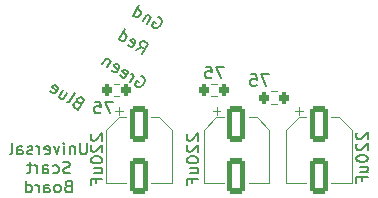
<source format=gbo>
G04 #@! TF.GenerationSoftware,KiCad,Pcbnew,(6.0.4)*
G04 #@! TF.CreationDate,2022-12-31T00:33:15-05:00*
G04 #@! TF.ProjectId,scart cable,73636172-7420-4636-9162-6c652e6b6963,rev?*
G04 #@! TF.SameCoordinates,Original*
G04 #@! TF.FileFunction,Legend,Bot*
G04 #@! TF.FilePolarity,Positive*
%FSLAX46Y46*%
G04 Gerber Fmt 4.6, Leading zero omitted, Abs format (unit mm)*
G04 Created by KiCad (PCBNEW (6.0.4)) date 2022-12-31 00:33:15*
%MOMM*%
%LPD*%
G01*
G04 APERTURE LIST*
G04 Aperture macros list*
%AMRoundRect*
0 Rectangle with rounded corners*
0 $1 Rounding radius*
0 $2 $3 $4 $5 $6 $7 $8 $9 X,Y pos of 4 corners*
0 Add a 4 corners polygon primitive as box body*
4,1,4,$2,$3,$4,$5,$6,$7,$8,$9,$2,$3,0*
0 Add four circle primitives for the rounded corners*
1,1,$1+$1,$2,$3*
1,1,$1+$1,$4,$5*
1,1,$1+$1,$6,$7*
1,1,$1+$1,$8,$9*
0 Add four rect primitives between the rounded corners*
20,1,$1+$1,$2,$3,$4,$5,0*
20,1,$1+$1,$4,$5,$6,$7,0*
20,1,$1+$1,$6,$7,$8,$9,0*
20,1,$1+$1,$8,$9,$2,$3,0*%
G04 Aperture macros list end*
%ADD10C,0.150000*%
%ADD11C,0.120000*%
%ADD12RoundRect,0.571500X-0.571500X-1.928500X0.571500X-1.928500X0.571500X1.928500X-0.571500X1.928500X0*%
%ADD13RoundRect,0.407750X-0.481250X-0.407750X0.481250X-0.407750X0.481250X0.407750X-0.481250X0.407750X0*%
%ADD14RoundRect,0.250000X-0.550000X1.250000X-0.550000X-1.250000X0.550000X-1.250000X0.550000X1.250000X0*%
%ADD15RoundRect,0.500000X-0.549441X0.973712X-1.108634X0.144674X0.549441X-0.973712X1.108634X-0.144674X0*%
%ADD16RoundRect,0.200000X-0.200000X-0.275000X0.200000X-0.275000X0.200000X0.275000X-0.200000X0.275000X0*%
%ADD17RoundRect,0.500000X-0.566351X0.963974X-1.110990X0.125304X0.566351X-0.963974X1.110990X-0.125304X0*%
%ADD18RoundRect,0.500000X-0.583088X0.953943X-1.113008X0.105895X0.583088X-0.953943X1.113008X-0.105895X0*%
%ADD19RoundRect,0.500000X-0.599648X0.943622X-1.114686X0.086454X0.599648X-0.943622X1.114686X-0.086454X0*%
G04 APERTURE END LIST*
D10*
X41314285Y-32386380D02*
X41314285Y-33195904D01*
X41266666Y-33291142D01*
X41219047Y-33338761D01*
X41123809Y-33386380D01*
X40933333Y-33386380D01*
X40838095Y-33338761D01*
X40790476Y-33291142D01*
X40742857Y-33195904D01*
X40742857Y-32386380D01*
X40266666Y-32719714D02*
X40266666Y-33386380D01*
X40266666Y-32814952D02*
X40219047Y-32767333D01*
X40123809Y-32719714D01*
X39980952Y-32719714D01*
X39885714Y-32767333D01*
X39838095Y-32862571D01*
X39838095Y-33386380D01*
X39361904Y-33386380D02*
X39361904Y-32719714D01*
X39361904Y-32386380D02*
X39409523Y-32434000D01*
X39361904Y-32481619D01*
X39314285Y-32434000D01*
X39361904Y-32386380D01*
X39361904Y-32481619D01*
X38980952Y-32719714D02*
X38742857Y-33386380D01*
X38504761Y-32719714D01*
X37742857Y-33338761D02*
X37838095Y-33386380D01*
X38028571Y-33386380D01*
X38123809Y-33338761D01*
X38171428Y-33243523D01*
X38171428Y-32862571D01*
X38123809Y-32767333D01*
X38028571Y-32719714D01*
X37838095Y-32719714D01*
X37742857Y-32767333D01*
X37695238Y-32862571D01*
X37695238Y-32957809D01*
X38171428Y-33053047D01*
X37266666Y-33386380D02*
X37266666Y-32719714D01*
X37266666Y-32910190D02*
X37219047Y-32814952D01*
X37171428Y-32767333D01*
X37076190Y-32719714D01*
X36980952Y-32719714D01*
X36695238Y-33338761D02*
X36599999Y-33386380D01*
X36409523Y-33386380D01*
X36314285Y-33338761D01*
X36266666Y-33243523D01*
X36266666Y-33195904D01*
X36314285Y-33100666D01*
X36409523Y-33053047D01*
X36552380Y-33053047D01*
X36647619Y-33005428D01*
X36695238Y-32910190D01*
X36695238Y-32862571D01*
X36647619Y-32767333D01*
X36552380Y-32719714D01*
X36409523Y-32719714D01*
X36314285Y-32767333D01*
X35409523Y-33386380D02*
X35409523Y-32862571D01*
X35457142Y-32767333D01*
X35552380Y-32719714D01*
X35742857Y-32719714D01*
X35838095Y-32767333D01*
X35409523Y-33338761D02*
X35504761Y-33386380D01*
X35742857Y-33386380D01*
X35838095Y-33338761D01*
X35885714Y-33243523D01*
X35885714Y-33148285D01*
X35838095Y-33053047D01*
X35742857Y-33005428D01*
X35504761Y-33005428D01*
X35409523Y-32957809D01*
X34790476Y-33386380D02*
X34885714Y-33338761D01*
X34933333Y-33243523D01*
X34933333Y-32386380D01*
X39861904Y-34948761D02*
X39719047Y-34996380D01*
X39480952Y-34996380D01*
X39385714Y-34948761D01*
X39338095Y-34901142D01*
X39290476Y-34805904D01*
X39290476Y-34710666D01*
X39338095Y-34615428D01*
X39385714Y-34567809D01*
X39480952Y-34520190D01*
X39671428Y-34472571D01*
X39766666Y-34424952D01*
X39814285Y-34377333D01*
X39861904Y-34282095D01*
X39861904Y-34186857D01*
X39814285Y-34091619D01*
X39766666Y-34044000D01*
X39671428Y-33996380D01*
X39433333Y-33996380D01*
X39290476Y-34044000D01*
X38433333Y-34948761D02*
X38528571Y-34996380D01*
X38719047Y-34996380D01*
X38814285Y-34948761D01*
X38861904Y-34901142D01*
X38909523Y-34805904D01*
X38909523Y-34520190D01*
X38861904Y-34424952D01*
X38814285Y-34377333D01*
X38719047Y-34329714D01*
X38528571Y-34329714D01*
X38433333Y-34377333D01*
X37576190Y-34996380D02*
X37576190Y-34472571D01*
X37623809Y-34377333D01*
X37719047Y-34329714D01*
X37909523Y-34329714D01*
X38004761Y-34377333D01*
X37576190Y-34948761D02*
X37671428Y-34996380D01*
X37909523Y-34996380D01*
X38004761Y-34948761D01*
X38052380Y-34853523D01*
X38052380Y-34758285D01*
X38004761Y-34663047D01*
X37909523Y-34615428D01*
X37671428Y-34615428D01*
X37576190Y-34567809D01*
X37100000Y-34996380D02*
X37100000Y-34329714D01*
X37100000Y-34520190D02*
X37052380Y-34424952D01*
X37004761Y-34377333D01*
X36909523Y-34329714D01*
X36814285Y-34329714D01*
X36623809Y-34329714D02*
X36242857Y-34329714D01*
X36480952Y-33996380D02*
X36480952Y-34853523D01*
X36433333Y-34948761D01*
X36338095Y-34996380D01*
X36242857Y-34996380D01*
X39695238Y-36082571D02*
X39552380Y-36130190D01*
X39504761Y-36177809D01*
X39457142Y-36273047D01*
X39457142Y-36415904D01*
X39504761Y-36511142D01*
X39552380Y-36558761D01*
X39647619Y-36606380D01*
X40028571Y-36606380D01*
X40028571Y-35606380D01*
X39695238Y-35606380D01*
X39600000Y-35654000D01*
X39552380Y-35701619D01*
X39504761Y-35796857D01*
X39504761Y-35892095D01*
X39552380Y-35987333D01*
X39600000Y-36034952D01*
X39695238Y-36082571D01*
X40028571Y-36082571D01*
X38885714Y-36606380D02*
X38980952Y-36558761D01*
X39028571Y-36511142D01*
X39076190Y-36415904D01*
X39076190Y-36130190D01*
X39028571Y-36034952D01*
X38980952Y-35987333D01*
X38885714Y-35939714D01*
X38742857Y-35939714D01*
X38647619Y-35987333D01*
X38600000Y-36034952D01*
X38552380Y-36130190D01*
X38552380Y-36415904D01*
X38600000Y-36511142D01*
X38647619Y-36558761D01*
X38742857Y-36606380D01*
X38885714Y-36606380D01*
X37695238Y-36606380D02*
X37695238Y-36082571D01*
X37742857Y-35987333D01*
X37838095Y-35939714D01*
X38028571Y-35939714D01*
X38123809Y-35987333D01*
X37695238Y-36558761D02*
X37790476Y-36606380D01*
X38028571Y-36606380D01*
X38123809Y-36558761D01*
X38171428Y-36463523D01*
X38171428Y-36368285D01*
X38123809Y-36273047D01*
X38028571Y-36225428D01*
X37790476Y-36225428D01*
X37695238Y-36177809D01*
X37219047Y-36606380D02*
X37219047Y-35939714D01*
X37219047Y-36130190D02*
X37171428Y-36034952D01*
X37123809Y-35987333D01*
X37028571Y-35939714D01*
X36933333Y-35939714D01*
X36171428Y-36606380D02*
X36171428Y-35606380D01*
X36171428Y-36558761D02*
X36266666Y-36606380D01*
X36457142Y-36606380D01*
X36552380Y-36558761D01*
X36600000Y-36511142D01*
X36647619Y-36415904D01*
X36647619Y-36130190D01*
X36600000Y-36034952D01*
X36552380Y-35987333D01*
X36457142Y-35939714D01*
X36266666Y-35939714D01*
X36171428Y-35987333D01*
X64207619Y-31535952D02*
X64160000Y-31583571D01*
X64112380Y-31678809D01*
X64112380Y-31916904D01*
X64160000Y-32012142D01*
X64207619Y-32059761D01*
X64302857Y-32107380D01*
X64398095Y-32107380D01*
X64540952Y-32059761D01*
X65112380Y-31488333D01*
X65112380Y-32107380D01*
X64207619Y-32488333D02*
X64160000Y-32535952D01*
X64112380Y-32631190D01*
X64112380Y-32869285D01*
X64160000Y-32964523D01*
X64207619Y-33012142D01*
X64302857Y-33059761D01*
X64398095Y-33059761D01*
X64540952Y-33012142D01*
X65112380Y-32440714D01*
X65112380Y-33059761D01*
X64112380Y-33678809D02*
X64112380Y-33774047D01*
X64160000Y-33869285D01*
X64207619Y-33916904D01*
X64302857Y-33964523D01*
X64493333Y-34012142D01*
X64731428Y-34012142D01*
X64921904Y-33964523D01*
X65017142Y-33916904D01*
X65064761Y-33869285D01*
X65112380Y-33774047D01*
X65112380Y-33678809D01*
X65064761Y-33583571D01*
X65017142Y-33535952D01*
X64921904Y-33488333D01*
X64731428Y-33440714D01*
X64493333Y-33440714D01*
X64302857Y-33488333D01*
X64207619Y-33535952D01*
X64160000Y-33583571D01*
X64112380Y-33678809D01*
X64445714Y-34869285D02*
X65112380Y-34869285D01*
X64445714Y-34440714D02*
X64969523Y-34440714D01*
X65064761Y-34488333D01*
X65112380Y-34583571D01*
X65112380Y-34726428D01*
X65064761Y-34821666D01*
X65017142Y-34869285D01*
X64588571Y-35678809D02*
X64588571Y-35345476D01*
X65112380Y-35345476D02*
X64112380Y-35345476D01*
X64112380Y-35821666D01*
X40561478Y-28971636D02*
X40415733Y-28933767D01*
X40349861Y-28947769D01*
X40258054Y-29001707D01*
X40180248Y-29121517D01*
X40168314Y-29227326D01*
X40182316Y-29293198D01*
X40236254Y-29385005D01*
X40555748Y-29592486D01*
X41100387Y-28753816D01*
X40820830Y-28572269D01*
X40715021Y-28560336D01*
X40649149Y-28574337D01*
X40557342Y-28628275D01*
X40505472Y-28708149D01*
X40493538Y-28813957D01*
X40507540Y-28879829D01*
X40561478Y-28971636D01*
X40841035Y-29153183D01*
X39597267Y-28970042D02*
X39703076Y-28981975D01*
X39794883Y-28928037D01*
X40261716Y-28209177D01*
X39281436Y-27970030D02*
X38918343Y-28529143D01*
X39640866Y-28203446D02*
X39355579Y-28642750D01*
X39263772Y-28696688D01*
X39157963Y-28684755D01*
X39038153Y-28606949D01*
X38984215Y-28515142D01*
X38970214Y-28449270D01*
X38225418Y-28022373D02*
X38279356Y-28114180D01*
X38439103Y-28217921D01*
X38544911Y-28229855D01*
X38636719Y-28175917D01*
X38844200Y-27856423D01*
X38856134Y-27750614D01*
X38802196Y-27658807D01*
X38642449Y-27555067D01*
X38536640Y-27543133D01*
X38444833Y-27597071D01*
X38392963Y-27676944D01*
X38740459Y-28016170D01*
X52879523Y-25962380D02*
X52212857Y-25962380D01*
X52641428Y-26962380D01*
X51355714Y-25962380D02*
X51831904Y-25962380D01*
X51879523Y-26438571D01*
X51831904Y-26390952D01*
X51736666Y-26343333D01*
X51498571Y-26343333D01*
X51403333Y-26390952D01*
X51355714Y-26438571D01*
X51308095Y-26533809D01*
X51308095Y-26771904D01*
X51355714Y-26867142D01*
X51403333Y-26914761D01*
X51498571Y-26962380D01*
X51736666Y-26962380D01*
X51831904Y-26914761D01*
X51879523Y-26867142D01*
X45860515Y-26735817D02*
X45966323Y-26747751D01*
X46086133Y-26825556D01*
X46180008Y-26943299D01*
X46208011Y-27075043D01*
X46196078Y-27180851D01*
X46132274Y-27366533D01*
X46054468Y-27486343D01*
X45910791Y-27620155D01*
X45818983Y-27674093D01*
X45687240Y-27702096D01*
X45541494Y-27664227D01*
X45461621Y-27612357D01*
X45367746Y-27494614D01*
X45353745Y-27428742D01*
X45535291Y-27149186D01*
X45695038Y-27252926D01*
X44942444Y-27275199D02*
X45305537Y-26716085D01*
X45201796Y-26875832D02*
X45213730Y-26770024D01*
X45199728Y-26704152D01*
X45145790Y-26612345D01*
X45065917Y-26560474D01*
X44129709Y-26690623D02*
X44183647Y-26782430D01*
X44343394Y-26886171D01*
X44449202Y-26898105D01*
X44541009Y-26844167D01*
X44748491Y-26524673D01*
X44760424Y-26418865D01*
X44706486Y-26327058D01*
X44546740Y-26223317D01*
X44440931Y-26211383D01*
X44349124Y-26265321D01*
X44297253Y-26345195D01*
X44644750Y-26684420D01*
X43410848Y-26223790D02*
X43464786Y-26315597D01*
X43624533Y-26419338D01*
X43730342Y-26431271D01*
X43822149Y-26377333D01*
X44029630Y-26057840D01*
X44041564Y-25952031D01*
X43987626Y-25860224D01*
X43827879Y-25756483D01*
X43722070Y-25744550D01*
X43630263Y-25798488D01*
X43578393Y-25878361D01*
X43925890Y-26217587D01*
X43348639Y-25445261D02*
X42985546Y-26004375D01*
X43296768Y-25525134D02*
X43282767Y-25459263D01*
X43228829Y-25367455D01*
X43109019Y-25289650D01*
X43003210Y-25277716D01*
X42911403Y-25331654D01*
X42626116Y-25770958D01*
X45456873Y-24562451D02*
X45991898Y-24335259D01*
X45941472Y-24865262D02*
X46471391Y-24017214D01*
X46148325Y-23815340D01*
X46042325Y-23805255D01*
X45976707Y-23820404D01*
X45885855Y-23875936D01*
X45810153Y-23997086D01*
X45800067Y-24103087D01*
X45815216Y-24168704D01*
X45870749Y-24259556D01*
X46193814Y-24461430D01*
X44795592Y-24093086D02*
X44851124Y-24183938D01*
X45012657Y-24284875D01*
X45118658Y-24294960D01*
X45209510Y-24239428D01*
X45411384Y-23916362D01*
X45421469Y-23810361D01*
X45365937Y-23719509D01*
X45204404Y-23618572D01*
X45098403Y-23608487D01*
X45007551Y-23664019D01*
X44957083Y-23744786D01*
X45310447Y-24077895D01*
X44003076Y-23654018D02*
X44532996Y-22805970D01*
X44028311Y-23613635D02*
X44083843Y-23704487D01*
X44245376Y-23805424D01*
X44351376Y-23815509D01*
X44416994Y-23800360D01*
X44507846Y-23744828D01*
X44659251Y-23502528D01*
X44669336Y-23396528D01*
X44654187Y-23330910D01*
X44598655Y-23240058D01*
X44437122Y-23139121D01*
X44331122Y-23129036D01*
X49839619Y-31662952D02*
X49792000Y-31710571D01*
X49744380Y-31805809D01*
X49744380Y-32043904D01*
X49792000Y-32139142D01*
X49839619Y-32186761D01*
X49934857Y-32234380D01*
X50030095Y-32234380D01*
X50172952Y-32186761D01*
X50744380Y-31615333D01*
X50744380Y-32234380D01*
X49839619Y-32615333D02*
X49792000Y-32662952D01*
X49744380Y-32758190D01*
X49744380Y-32996285D01*
X49792000Y-33091523D01*
X49839619Y-33139142D01*
X49934857Y-33186761D01*
X50030095Y-33186761D01*
X50172952Y-33139142D01*
X50744380Y-32567714D01*
X50744380Y-33186761D01*
X49744380Y-33805809D02*
X49744380Y-33901047D01*
X49792000Y-33996285D01*
X49839619Y-34043904D01*
X49934857Y-34091523D01*
X50125333Y-34139142D01*
X50363428Y-34139142D01*
X50553904Y-34091523D01*
X50649142Y-34043904D01*
X50696761Y-33996285D01*
X50744380Y-33901047D01*
X50744380Y-33805809D01*
X50696761Y-33710571D01*
X50649142Y-33662952D01*
X50553904Y-33615333D01*
X50363428Y-33567714D01*
X50125333Y-33567714D01*
X49934857Y-33615333D01*
X49839619Y-33662952D01*
X49792000Y-33710571D01*
X49744380Y-33805809D01*
X50077714Y-34996285D02*
X50744380Y-34996285D01*
X50077714Y-34567714D02*
X50601523Y-34567714D01*
X50696761Y-34615333D01*
X50744380Y-34710571D01*
X50744380Y-34853428D01*
X50696761Y-34948666D01*
X50649142Y-34996285D01*
X50220571Y-35805809D02*
X50220571Y-35472476D01*
X50744380Y-35472476D02*
X49744380Y-35472476D01*
X49744380Y-35948666D01*
X56689523Y-26597380D02*
X56022857Y-26597380D01*
X56451428Y-27597380D01*
X55165714Y-26597380D02*
X55641904Y-26597380D01*
X55689523Y-27073571D01*
X55641904Y-27025952D01*
X55546666Y-26978333D01*
X55308571Y-26978333D01*
X55213333Y-27025952D01*
X55165714Y-27073571D01*
X55118095Y-27168809D01*
X55118095Y-27406904D01*
X55165714Y-27502142D01*
X55213333Y-27549761D01*
X55308571Y-27597380D01*
X55546666Y-27597380D01*
X55641904Y-27549761D01*
X55689523Y-27502142D01*
X47290555Y-21746512D02*
X47396715Y-21754746D01*
X47519168Y-21828322D01*
X47617095Y-21942717D01*
X47649678Y-22073403D01*
X47641445Y-22179564D01*
X47584160Y-22367359D01*
X47510583Y-22489812D01*
X47371663Y-22628556D01*
X47281794Y-22685665D01*
X47151108Y-22718249D01*
X47004130Y-22685490D01*
X46922495Y-22636438D01*
X46824568Y-22522044D01*
X46808276Y-22456701D01*
X46979955Y-22170979D01*
X47143225Y-22269081D01*
X46735226Y-21746160D02*
X46391867Y-22317605D01*
X46686175Y-21827795D02*
X46669883Y-21762452D01*
X46612774Y-21672584D01*
X46490321Y-21599007D01*
X46384160Y-21590773D01*
X46294292Y-21647882D01*
X46024510Y-22096875D01*
X45248978Y-21630888D02*
X45764016Y-20773721D01*
X45273503Y-21590070D02*
X45330613Y-21679939D01*
X45493883Y-21778042D01*
X45600043Y-21786275D01*
X45665386Y-21769984D01*
X45755255Y-21712874D01*
X45902409Y-21467969D01*
X45910642Y-21361809D01*
X45894351Y-21296466D01*
X45837241Y-21206597D01*
X45673971Y-21108494D01*
X45567811Y-21100261D01*
X43481523Y-28916380D02*
X42814857Y-28916380D01*
X43243428Y-29916380D01*
X41957714Y-28916380D02*
X42433904Y-28916380D01*
X42481523Y-29392571D01*
X42433904Y-29344952D01*
X42338666Y-29297333D01*
X42100571Y-29297333D01*
X42005333Y-29344952D01*
X41957714Y-29392571D01*
X41910095Y-29487809D01*
X41910095Y-29725904D01*
X41957714Y-29821142D01*
X42005333Y-29868761D01*
X42100571Y-29916380D01*
X42338666Y-29916380D01*
X42433904Y-29868761D01*
X42481523Y-29821142D01*
X41711619Y-31662952D02*
X41664000Y-31710571D01*
X41616380Y-31805809D01*
X41616380Y-32043904D01*
X41664000Y-32139142D01*
X41711619Y-32186761D01*
X41806857Y-32234380D01*
X41902095Y-32234380D01*
X42044952Y-32186761D01*
X42616380Y-31615333D01*
X42616380Y-32234380D01*
X41711619Y-32615333D02*
X41664000Y-32662952D01*
X41616380Y-32758190D01*
X41616380Y-32996285D01*
X41664000Y-33091523D01*
X41711619Y-33139142D01*
X41806857Y-33186761D01*
X41902095Y-33186761D01*
X42044952Y-33139142D01*
X42616380Y-32567714D01*
X42616380Y-33186761D01*
X41616380Y-33805809D02*
X41616380Y-33901047D01*
X41664000Y-33996285D01*
X41711619Y-34043904D01*
X41806857Y-34091523D01*
X41997333Y-34139142D01*
X42235428Y-34139142D01*
X42425904Y-34091523D01*
X42521142Y-34043904D01*
X42568761Y-33996285D01*
X42616380Y-33901047D01*
X42616380Y-33805809D01*
X42568761Y-33710571D01*
X42521142Y-33662952D01*
X42425904Y-33615333D01*
X42235428Y-33567714D01*
X41997333Y-33567714D01*
X41806857Y-33615333D01*
X41711619Y-33662952D01*
X41664000Y-33710571D01*
X41616380Y-33805809D01*
X41949714Y-34996285D02*
X42616380Y-34996285D01*
X41949714Y-34567714D02*
X42473523Y-34567714D01*
X42568761Y-34615333D01*
X42616380Y-34710571D01*
X42616380Y-34853428D01*
X42568761Y-34948666D01*
X42521142Y-34996285D01*
X42092571Y-35805809D02*
X42092571Y-35472476D01*
X42616380Y-35472476D02*
X41616380Y-35472476D01*
X41616380Y-35948666D01*
D11*
X59264437Y-30260000D02*
X59900000Y-30260000D01*
X58200000Y-31324437D02*
X58200000Y-35780000D01*
X63720000Y-31324437D02*
X63720000Y-35780000D01*
X62655563Y-30260000D02*
X62020000Y-30260000D01*
X59275000Y-29395000D02*
X59275000Y-30020000D01*
X63720000Y-35780000D02*
X62020000Y-35780000D01*
X59264437Y-30260000D02*
X58200000Y-31324437D01*
X58200000Y-35780000D02*
X59900000Y-35780000D01*
X58962500Y-29707500D02*
X59587500Y-29707500D01*
X62655563Y-30260000D02*
X63720000Y-31324437D01*
X51832742Y-27417500D02*
X52307258Y-27417500D01*
X51832742Y-28462500D02*
X52307258Y-28462500D01*
X55670563Y-30260000D02*
X56735000Y-31324437D01*
X56735000Y-35780000D02*
X55035000Y-35780000D01*
X51215000Y-31324437D02*
X51215000Y-35780000D01*
X52290000Y-29395000D02*
X52290000Y-30020000D01*
X52279437Y-30260000D02*
X51215000Y-31324437D01*
X51977500Y-29707500D02*
X52602500Y-29707500D01*
X52279437Y-30260000D02*
X52915000Y-30260000D01*
X51215000Y-35780000D02*
X52915000Y-35780000D01*
X55670563Y-30260000D02*
X55035000Y-30260000D01*
X56735000Y-31324437D02*
X56735000Y-35780000D01*
X56912742Y-29097500D02*
X57387258Y-29097500D01*
X56912742Y-28052500D02*
X57387258Y-28052500D01*
X43577742Y-28462500D02*
X44052258Y-28462500D01*
X43577742Y-27417500D02*
X44052258Y-27417500D01*
X42960000Y-31324437D02*
X42960000Y-35780000D01*
X44035000Y-29395000D02*
X44035000Y-30020000D01*
X47415563Y-30260000D02*
X48480000Y-31324437D01*
X44024437Y-30260000D02*
X44660000Y-30260000D01*
X47415563Y-30260000D02*
X46780000Y-30260000D01*
X43722500Y-29707500D02*
X44347500Y-29707500D01*
X48480000Y-35780000D02*
X46780000Y-35780000D01*
X44024437Y-30260000D02*
X42960000Y-31324437D01*
X42960000Y-35780000D02*
X44660000Y-35780000D01*
X48480000Y-31324437D02*
X48480000Y-35780000D01*
%LPC*%
D12*
X34379000Y-40005000D03*
X38267000Y-40005000D03*
X42155000Y-40005000D03*
X46043000Y-40005000D03*
X49931000Y-40005000D03*
X53819000Y-40005000D03*
X57707000Y-40005000D03*
X61595000Y-40005000D03*
X65483000Y-40005000D03*
X69371000Y-40005000D03*
D13*
X69117000Y-35647000D03*
D14*
X60960000Y-30820000D03*
X60960000Y-35220000D03*
D15*
X40132000Y-26416000D03*
D16*
X51245000Y-27940000D03*
X52895000Y-27940000D03*
D17*
X41402000Y-24384000D03*
D18*
X42672000Y-22352000D03*
D14*
X53975000Y-30820000D03*
X53975000Y-35220000D03*
D16*
X56325000Y-28575000D03*
X57975000Y-28575000D03*
D19*
X43942000Y-20320000D03*
D16*
X42990000Y-27940000D03*
X44640000Y-27940000D03*
D14*
X45720000Y-30820000D03*
X45720000Y-35220000D03*
M02*

</source>
